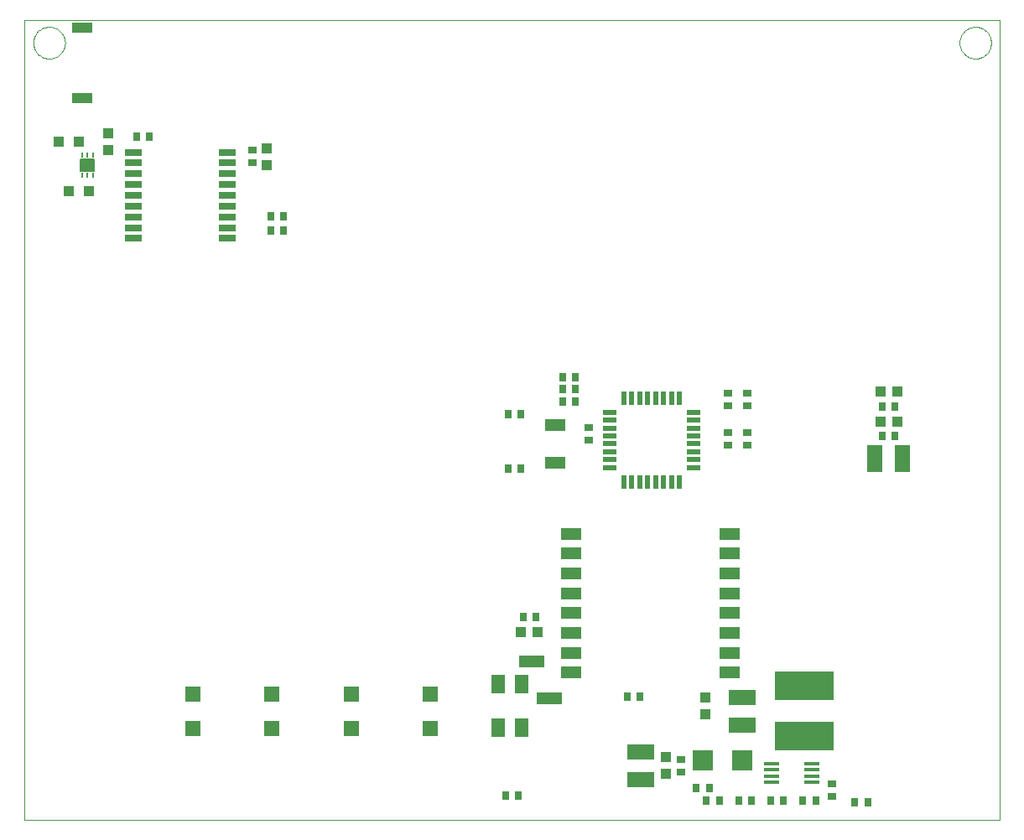
<source format=gtp>
G75*
%MOIN*%
%OFA0B0*%
%FSLAX24Y24*%
%IPPOS*%
%LPD*%
%AMOC8*
5,1,8,0,0,1.08239X$1,22.5*
%
%ADD10C,0.0000*%
%ADD11R,0.0580X0.0200*%
%ADD12R,0.0200X0.0580*%
%ADD13R,0.0787X0.0394*%
%ADD14R,0.0787X0.0512*%
%ADD15R,0.0709X0.0315*%
%ADD16R,0.0709X0.0276*%
%ADD17R,0.0591X0.0591*%
%ADD18R,0.0354X0.0276*%
%ADD19R,0.0276X0.0354*%
%ADD20R,0.0394X0.0394*%
%ADD21R,0.0394X0.0433*%
%ADD22R,0.0433X0.0394*%
%ADD23R,0.1063X0.0630*%
%ADD24R,0.0600X0.0180*%
%ADD25R,0.0787X0.0787*%
%ADD26R,0.0110X0.0197*%
%ADD27C,0.0050*%
%ADD28R,0.2362X0.1181*%
%ADD29R,0.0630X0.1063*%
%ADD30R,0.1000X0.0500*%
%ADD31R,0.0551X0.0748*%
D10*
X000574Y000251D02*
X000574Y032054D01*
X039341Y032054D01*
X039341Y000251D01*
X000574Y000251D01*
X000928Y031156D02*
X000930Y031206D01*
X000936Y031256D01*
X000946Y031305D01*
X000960Y031353D01*
X000977Y031400D01*
X000998Y031445D01*
X001023Y031489D01*
X001051Y031530D01*
X001083Y031569D01*
X001117Y031606D01*
X001154Y031640D01*
X001194Y031670D01*
X001236Y031697D01*
X001280Y031721D01*
X001326Y031742D01*
X001373Y031758D01*
X001421Y031771D01*
X001471Y031780D01*
X001520Y031785D01*
X001571Y031786D01*
X001621Y031783D01*
X001670Y031776D01*
X001719Y031765D01*
X001767Y031750D01*
X001813Y031732D01*
X001858Y031710D01*
X001901Y031684D01*
X001942Y031655D01*
X001981Y031623D01*
X002017Y031588D01*
X002049Y031550D01*
X002079Y031510D01*
X002106Y031467D01*
X002129Y031423D01*
X002148Y031377D01*
X002164Y031329D01*
X002176Y031280D01*
X002184Y031231D01*
X002188Y031181D01*
X002188Y031131D01*
X002184Y031081D01*
X002176Y031032D01*
X002164Y030983D01*
X002148Y030935D01*
X002129Y030889D01*
X002106Y030845D01*
X002079Y030802D01*
X002049Y030762D01*
X002017Y030724D01*
X001981Y030689D01*
X001942Y030657D01*
X001901Y030628D01*
X001858Y030602D01*
X001813Y030580D01*
X001767Y030562D01*
X001719Y030547D01*
X001670Y030536D01*
X001621Y030529D01*
X001571Y030526D01*
X001520Y030527D01*
X001471Y030532D01*
X001421Y030541D01*
X001373Y030554D01*
X001326Y030570D01*
X001280Y030591D01*
X001236Y030615D01*
X001194Y030642D01*
X001154Y030672D01*
X001117Y030706D01*
X001083Y030743D01*
X001051Y030782D01*
X001023Y030823D01*
X000998Y030867D01*
X000977Y030912D01*
X000960Y030959D01*
X000946Y031007D01*
X000936Y031056D01*
X000930Y031106D01*
X000928Y031156D01*
X037739Y031156D02*
X037741Y031206D01*
X037747Y031256D01*
X037757Y031305D01*
X037771Y031353D01*
X037788Y031400D01*
X037809Y031445D01*
X037834Y031489D01*
X037862Y031530D01*
X037894Y031569D01*
X037928Y031606D01*
X037965Y031640D01*
X038005Y031670D01*
X038047Y031697D01*
X038091Y031721D01*
X038137Y031742D01*
X038184Y031758D01*
X038232Y031771D01*
X038282Y031780D01*
X038331Y031785D01*
X038382Y031786D01*
X038432Y031783D01*
X038481Y031776D01*
X038530Y031765D01*
X038578Y031750D01*
X038624Y031732D01*
X038669Y031710D01*
X038712Y031684D01*
X038753Y031655D01*
X038792Y031623D01*
X038828Y031588D01*
X038860Y031550D01*
X038890Y031510D01*
X038917Y031467D01*
X038940Y031423D01*
X038959Y031377D01*
X038975Y031329D01*
X038987Y031280D01*
X038995Y031231D01*
X038999Y031181D01*
X038999Y031131D01*
X038995Y031081D01*
X038987Y031032D01*
X038975Y030983D01*
X038959Y030935D01*
X038940Y030889D01*
X038917Y030845D01*
X038890Y030802D01*
X038860Y030762D01*
X038828Y030724D01*
X038792Y030689D01*
X038753Y030657D01*
X038712Y030628D01*
X038669Y030602D01*
X038624Y030580D01*
X038578Y030562D01*
X038530Y030547D01*
X038481Y030536D01*
X038432Y030529D01*
X038382Y030526D01*
X038331Y030527D01*
X038282Y030532D01*
X038232Y030541D01*
X038184Y030554D01*
X038137Y030570D01*
X038091Y030591D01*
X038047Y030615D01*
X038005Y030642D01*
X037965Y030672D01*
X037928Y030706D01*
X037894Y030743D01*
X037862Y030782D01*
X037834Y030823D01*
X037809Y030867D01*
X037788Y030912D01*
X037771Y030959D01*
X037757Y031007D01*
X037747Y031056D01*
X037741Y031106D01*
X037739Y031156D01*
D11*
X027177Y016469D03*
X027177Y016159D03*
X027177Y015839D03*
X027177Y015529D03*
X027177Y015209D03*
X027177Y014899D03*
X027177Y014579D03*
X027177Y014269D03*
X023837Y014269D03*
X023837Y014579D03*
X023837Y014899D03*
X023837Y015209D03*
X023837Y015529D03*
X023837Y015839D03*
X023837Y016159D03*
X023837Y016469D03*
D12*
X024407Y017039D03*
X024717Y017039D03*
X025037Y017039D03*
X025347Y017039D03*
X025667Y017039D03*
X025977Y017039D03*
X026297Y017039D03*
X026607Y017039D03*
X026607Y013699D03*
X026297Y013699D03*
X025977Y013699D03*
X025667Y013699D03*
X025347Y013699D03*
X025037Y013699D03*
X024717Y013699D03*
X024407Y013699D03*
D13*
X002873Y028961D03*
X002873Y031757D03*
D14*
X021676Y015959D03*
X021676Y014463D03*
X022298Y011629D03*
X022298Y010841D03*
X022298Y010054D03*
X022298Y009267D03*
X022298Y008479D03*
X022298Y007692D03*
X022298Y006904D03*
X022298Y006117D03*
X028597Y006117D03*
X028597Y006904D03*
X028597Y007692D03*
X028597Y008479D03*
X028597Y009267D03*
X028597Y010054D03*
X028597Y010841D03*
X028597Y011629D03*
D15*
X008652Y023786D03*
X008652Y024219D03*
X008652Y024652D03*
X008652Y025085D03*
X008652Y025519D03*
X008652Y025952D03*
X008652Y026385D03*
X004912Y026385D03*
X004912Y025952D03*
X004912Y025519D03*
X004912Y025085D03*
X004912Y024652D03*
X004912Y024219D03*
X004912Y023786D03*
D16*
X004912Y023373D03*
X008652Y023373D03*
X008652Y026798D03*
X004912Y026798D03*
D17*
X007267Y005270D03*
X007267Y003893D03*
X010416Y003893D03*
X010416Y005270D03*
X013566Y005270D03*
X013566Y003893D03*
X016715Y003893D03*
X016715Y005270D03*
D18*
X026656Y002672D03*
X026656Y002160D03*
X032660Y001688D03*
X032660Y001176D03*
X029314Y015152D03*
X029314Y015664D03*
X028526Y015664D03*
X028526Y015152D03*
X028526Y016727D03*
X028526Y017239D03*
X029314Y017239D03*
X029314Y016727D03*
X023015Y015861D03*
X023015Y015349D03*
X009629Y026373D03*
X009629Y026885D03*
D19*
X010357Y024267D03*
X010869Y024267D03*
X010869Y023676D03*
X010357Y023676D03*
X005554Y027416D03*
X005042Y027416D03*
X019806Y016393D03*
X020318Y016393D03*
X021971Y016885D03*
X021971Y017377D03*
X022483Y017377D03*
X022483Y016885D03*
X022483Y017869D03*
X021971Y017869D03*
X020318Y014227D03*
X019806Y014227D03*
X020397Y008322D03*
X020908Y008322D03*
X024530Y005172D03*
X025042Y005172D03*
X027286Y001530D03*
X027798Y001530D03*
X027680Y001038D03*
X028192Y001038D03*
X028960Y001038D03*
X029471Y001038D03*
X030239Y001038D03*
X030751Y001038D03*
X031519Y001038D03*
X032030Y001038D03*
X033586Y000940D03*
X034097Y000940D03*
X020219Y001235D03*
X019708Y001235D03*
X034668Y015507D03*
X035180Y015507D03*
X035180Y016688D03*
X034668Y016688D03*
D20*
X003133Y025251D03*
X002345Y025251D03*
X001952Y027219D03*
X002739Y027219D03*
D21*
X003920Y026885D03*
X003920Y027554D03*
X010219Y026963D03*
X010219Y026294D03*
X027641Y005113D03*
X027641Y004444D03*
X026066Y002751D03*
X026066Y002081D03*
D22*
X020987Y007731D03*
X020318Y007731D03*
X034589Y016097D03*
X035259Y016097D03*
X035259Y017278D03*
X034589Y017278D03*
D23*
X029117Y005133D03*
X029117Y004030D03*
X025082Y002967D03*
X025082Y001865D03*
D24*
X030286Y001741D03*
X030286Y001991D03*
X030286Y002251D03*
X030286Y002501D03*
X031886Y002501D03*
X031886Y002251D03*
X031886Y001991D03*
X031886Y001741D03*
D25*
X029117Y002613D03*
X027542Y002613D03*
D26*
X003290Y025900D03*
X003074Y025900D03*
X002857Y025900D03*
X002857Y026688D03*
X003074Y026688D03*
X003290Y026688D03*
D27*
X002810Y026521D02*
X002810Y026067D01*
X002810Y026521D02*
X003338Y026521D01*
X003338Y026067D01*
X002810Y026067D01*
X002810Y026116D02*
X003338Y026116D01*
X003338Y026165D02*
X002810Y026165D01*
X002810Y026214D02*
X003338Y026214D01*
X003338Y026263D02*
X002810Y026263D01*
X002810Y026312D02*
X003338Y026312D01*
X003338Y026361D02*
X002810Y026361D01*
X002810Y026410D02*
X003338Y026410D01*
X003338Y026459D02*
X002810Y026459D01*
X002810Y026508D02*
X003338Y026508D01*
D28*
X031578Y005581D03*
X031578Y003581D03*
D29*
X034373Y014621D03*
X035475Y014621D03*
D30*
X021440Y005074D03*
X020751Y006550D03*
D31*
X020337Y005644D03*
X019393Y005644D03*
X019393Y003912D03*
X020337Y003912D03*
M02*

</source>
